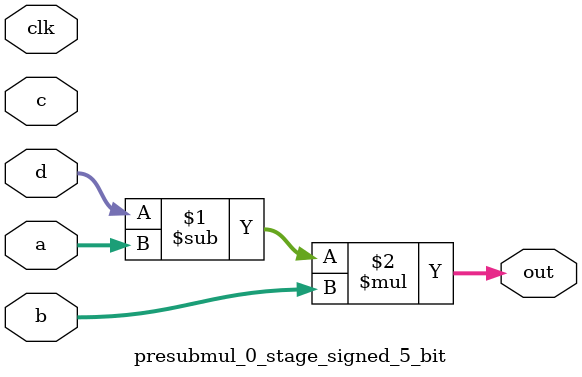
<source format=sv>
(* use_dsp = "yes" *) module presubmul_0_stage_signed_5_bit(
	input signed [4:0] a,
	input signed [4:0] b,
	input signed [4:0] c,
	input signed [4:0] d,
	output [4:0] out,
	input clk);

	assign out = (d - a) * b;
endmodule

</source>
